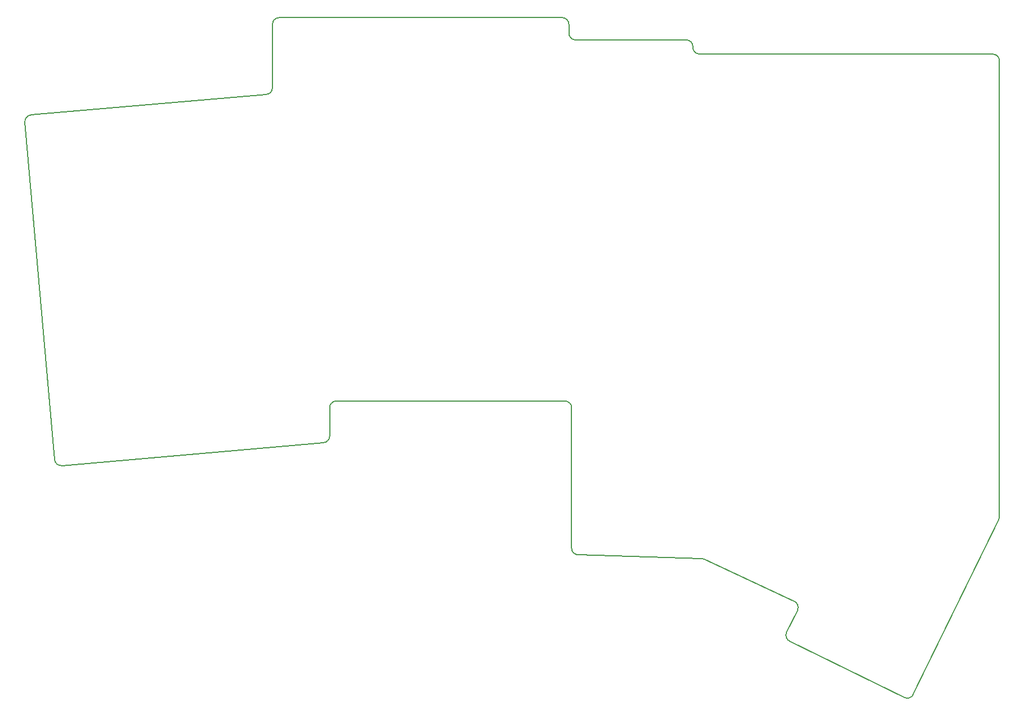
<source format=gm1>
G04 #@! TF.GenerationSoftware,KiCad,Pcbnew,8.0.4*
G04 #@! TF.CreationDate,2024-09-08T01:48:39+02:00*
G04 #@! TF.ProjectId,hookah,686f6f6b-6168-42e6-9b69-6361645f7063,1*
G04 #@! TF.SameCoordinates,Original*
G04 #@! TF.FileFunction,Profile,NP*
%FSLAX46Y46*%
G04 Gerber Fmt 4.6, Leading zero omitted, Abs format (unit mm)*
G04 Created by KiCad (PCBNEW 8.0.4) date 2024-09-08 01:48:39*
%MOMM*%
%LPD*%
G01*
G04 APERTURE LIST*
G04 #@! TA.AperFunction,Profile*
%ADD10C,0.150000*%
G04 #@! TD*
G04 APERTURE END LIST*
D10*
X134407588Y-32042955D02*
G75*
G02*
X135407645Y-33042955I12J-1000045D01*
G01*
X136784402Y-112894481D02*
G75*
G02*
X135813981Y-111894919I29598J999581D01*
G01*
X168612505Y-125903418D02*
G75*
G02*
X168153870Y-124567170I440195J897918D01*
G01*
X136407588Y-35395755D02*
G75*
G02*
X135407645Y-34395755I12J999955D01*
G01*
X59142271Y-99471475D02*
G75*
G02*
X58058644Y-98562983I-87471J996175D01*
G01*
X99435235Y-95013107D02*
G75*
G02*
X98522722Y-96013406I-1000035J-4093D01*
G01*
X187214276Y-133905782D02*
G75*
G02*
X185875349Y-134365311I-898776J438382D01*
G01*
X53588923Y-47778596D02*
G75*
G02*
X54497913Y-46694678I996177J87696D01*
G01*
X155051188Y-37529357D02*
G75*
G02*
X154051243Y-36529358I12J999957D01*
G01*
X153051188Y-35395756D02*
G75*
G02*
X154051244Y-36395755I12J-1000044D01*
G01*
X199154310Y-37529357D02*
G75*
G02*
X200154343Y-38529357I-10J-1000043D01*
G01*
X200154310Y-107143914D02*
G75*
G02*
X200053099Y-107582283I-1000010J14D01*
G01*
X134813925Y-89749464D02*
G75*
G02*
X135814036Y-90749464I75J-1000036D01*
G01*
X99417741Y-90755799D02*
G75*
G02*
X100417667Y-89751733I999959J4099D01*
G01*
X169309669Y-119877581D02*
G75*
G02*
X169785229Y-121221930I-423269J-906019D01*
G01*
X155343307Y-113443843D02*
G75*
G02*
X155736944Y-113537390I-29607J-999557D01*
G01*
X90821972Y-33042954D02*
G75*
G02*
X91821972Y-32042972I1000028J-46D01*
G01*
X90821973Y-42600451D02*
G75*
G02*
X89909122Y-43596571I-999973J51D01*
G01*
X90821973Y-42600451D02*
X90821972Y-33042954D01*
X169309669Y-119877581D02*
X155736948Y-113537382D01*
X134813925Y-89749464D02*
X100417667Y-89751690D01*
X200154310Y-38529357D02*
X200154310Y-107143914D01*
X154051188Y-36395755D02*
X154051188Y-36529358D01*
X54497917Y-46694727D02*
X89909129Y-43596646D01*
X200053104Y-107582285D02*
X187214276Y-133905782D01*
X59142271Y-99471475D02*
X98522720Y-96013383D01*
X136407588Y-35395755D02*
X153051188Y-35395756D01*
X99417741Y-90755799D02*
X99435235Y-95013107D01*
X58058646Y-98562983D02*
X53588923Y-47778596D01*
X185875336Y-134365337D02*
X168612505Y-125903418D01*
X155051188Y-37529357D02*
X199154310Y-37529357D01*
X135813990Y-111894919D02*
X135813990Y-90749464D01*
X155343307Y-113443843D02*
X136784402Y-112894481D01*
X135407588Y-33042955D02*
X135407588Y-34395755D01*
X168153840Y-124567155D02*
X169785251Y-121221941D01*
X91821972Y-32042954D02*
X134407588Y-32042955D01*
M02*

</source>
